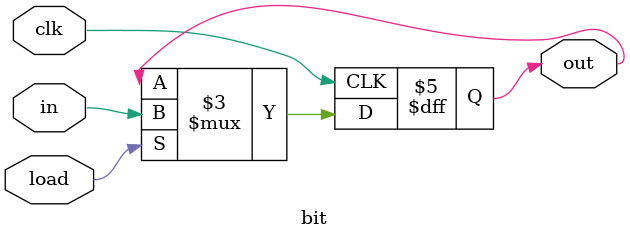
<source format=v>
module bit (input wire in, input wire load, output reg out, input wire clk);

always @(posedge clk) begin
    if(load)
        out <=in;
    else
        out<=out;
    end
endmodule

</source>
